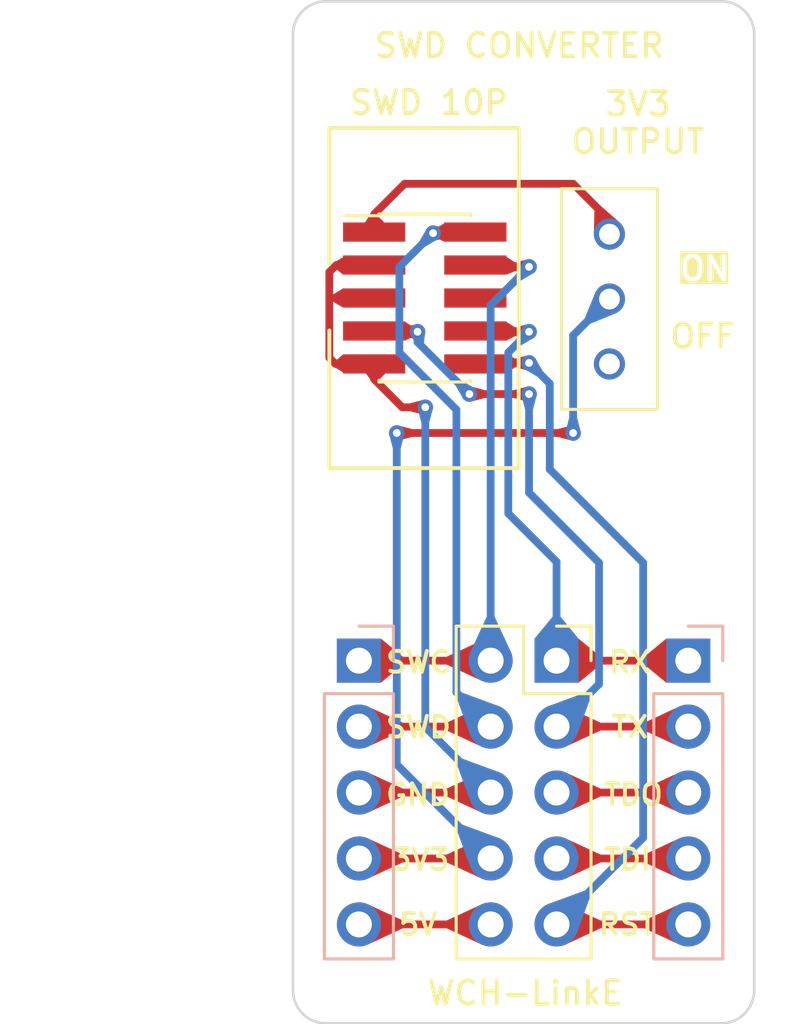
<source format=kicad_pcb>
(kicad_pcb (version 20221018) (generator pcbnew)
  (title_block (title "SWD Converter Board") (date "2024-09-02") (rev "v2.0") (company "@suzan_works"))
  (layers (0 "F.Cu" signal) (31 "B.Cu" signal) (34 "B.Paste" user) (35 "F.Paste" user) (36 "B.SilkS" user "B.Silkscreen") (37 "F.SilkS" user "F.Silkscreen") (38 "B.Mask" user) (39 "F.Mask" user) (44 "Edge.Cuts" user))
  (net 0 "")
  (net 1 "/RX")
  (net 2 "/SWCLK")
  (net 3 "/TX")
  (net 4 "/SWDIO")
  (net 5 "/TDO")
  (net 6 "/GND")
  (net 7 "/TDI")
  (net 8 "/3V3")
  (net 9 "/RST")
  (net 10 "/5V")
  (net 12 "/3V3OUT")
  (footprint "Connector_PinHeader_1.27mm:PinHeader_2x05_P1.27mm_Vertical_SMD" (layer "F.Cu") (at 105.08 74.6)
    (fp_text reference "J2" hide)
    (fp_text value "Conn_02x05_Odd_Even")
    (fp_line (start -3.09 -3.17) (end -1.765 -3.17) (stroke (width 0.12)) (layer "F.SilkS"))
    (fp_line (start -1.765 -3.235) (end -1.765 -3.17) (stroke (width 0.12)) (layer "F.SilkS"))
    (fp_line (start -1.765 -3.235) (end 1.765 -3.235) (stroke (width 0.12)) (layer "F.SilkS"))
    (fp_line (start -1.765 3.17) (end -1.765 3.235) (stroke (width 0.12)) (layer "F.SilkS"))
    (fp_line (start -1.765 3.235) (end 1.765 3.235) (stroke (width 0.12)) (layer "F.SilkS"))
    (fp_line (start 1.765 -3.235) (end 1.765 -3.17) (stroke (width 0.12)) (layer "F.SilkS"))
    (fp_line (start 1.765 3.17) (end 1.765 3.235) (stroke (width 0.12)) (layer "F.SilkS"))
    (pad "1" smd rect (at -1.95 -2.54) (size 2.4 0.74) (layers "F.Cu" "F.Paste" "F.Mask") (net 12 "/3V3OUT"))
    (pad "2" smd rect (at 1.95 -2.54) (size 2.4 0.74) (layers "F.Cu" "F.Paste" "F.Mask") (net 4 "/SWDIO"))
    (pad "3" smd rect (at -1.95 -1.27) (size 2.4 0.74) (layers "F.Cu" "F.Paste" "F.Mask") (net 6 "/GND"))
    (pad "4" smd rect (at 1.95 -1.27) (size 2.4 0.74) (layers "F.Cu" "F.Paste" "F.Mask") (net 2 "/SWCLK"))
    (pad "5" smd rect (at -1.95 0) (size 2.4 0.74) (layers "F.Cu" "F.Paste" "F.Mask") (net 6 "/GND"))
    (pad "6" smd rect (at 1.95 0) (size 2.4 0.74) (layers "F.Cu" "F.Paste" "F.Mask"))
    (pad "7" smd rect (at -1.95 1.27) (size 2.4 0.74) (layers "F.Cu" "F.Paste" "F.Mask") (net 3 "/TX"))
    (pad "8" smd rect (at 1.95 1.27) (size 2.4 0.74) (layers "F.Cu" "F.Paste" "F.Mask") (net 1 "/RX"))
    (pad "9" smd rect (at -1.95 2.54) (size 2.4 0.74) (layers "F.Cu" "F.Paste" "F.Mask") (net 6 "/GND"))
    (pad "10" smd rect (at 1.95 2.54) (size 2.4 0.74) (layers "F.Cu" "F.Paste" "F.Mask") (net 9 "/RST"))
  )
  (footprint "0_My_Library:SS-12D00G3" (layer "F.Cu") (at 112.2 74.64 -90)
    (fp_text reference "SW1" hide)
    (fp_text value "SW_SPDT")
    (fp_line (start -4.25 -1.85) (end 4.25 -1.85) (stroke (width 0.12)) (layer "F.SilkS"))
    (fp_line (start -4.25 1.85) (end -4.25 -1.85) (stroke (width 0.12)) (layer "F.SilkS"))
    (fp_line (start 4.25 -1.85) (end 4.25 1.85) (stroke (width 0.12)) (layer "F.SilkS"))
    (fp_line (start 4.25 1.85) (end -4.25 1.85) (stroke (width 0.12)) (layer "F.SilkS"))
    (pad "1" thru_hole circle (at -2.5 0 270) (size 1.2 1.2) (drill 0.8) (layers "*.Cu" "*.Mask") (net 12 "/3V3OUT"))
    (pad "2" thru_hole circle (at 0 0 270) (size 1.2 1.2) (drill 0.8) (layers "*.Cu" "*.Mask") (net 8 "/3V3"))
    (pad "3" thru_hole circle (at 2.5 0 270) (size 1.2 1.2) (drill 0.8) (layers "*.Cu" "*.Mask"))
  )
  (footprint "Connector_PinSocket_2.54mm:PinSocket_2x05_P2.54mm_Vertical" (layer "F.Cu") (at 110.16 88.57)
    (fp_text reference "J1" hide)
    (fp_text value "Conn_02x05_Odd_Even")
    (fp_line (start -3.87 -1.33) (end -3.87 11.49) (stroke (width 0.12)) (layer "F.SilkS"))
    (fp_line (start -3.87 -1.33) (end -1.27 -1.33) (stroke (width 0.12)) (layer "F.SilkS"))
    (fp_line (start -3.87 11.49) (end 1.33 11.49) (stroke (width 0.12)) (layer "F.SilkS"))
    (fp_line (start -1.27 -1.33) (end -1.27 1.27) (stroke (width 0.12)) (layer "F.SilkS"))
    (fp_line (start -1.27 1.27) (end 1.33 1.27) (stroke (width 0.12)) (layer "F.SilkS"))
    (fp_line (start 0 -1.33) (end 1.33 -1.33) (stroke (width 0.12)) (layer "F.SilkS"))
    (fp_line (start 1.33 -1.33) (end 1.33 0) (stroke (width 0.12)) (layer "F.SilkS"))
    (fp_line (start 1.33 1.27) (end 1.33 11.49) (stroke (width 0.12)) (layer "F.SilkS"))
    (pad "1" thru_hole rect (at 0 0) (size 1.7 1.7) (drill 1) (layers "*.Cu" "*.Mask") (net 1 "/RX"))
    (pad "2" thru_hole oval (at -2.54 0) (size 1.7 1.7) (drill 1) (layers "*.Cu" "*.Mask") (net 2 "/SWCLK"))
    (pad "3" thru_hole oval (at 0 2.54) (size 1.7 1.7) (drill 1) (layers "*.Cu" "*.Mask") (net 3 "/TX"))
    (pad "4" thru_hole oval (at -2.54 2.54) (size 1.7 1.7) (drill 1) (layers "*.Cu" "*.Mask") (net 4 "/SWDIO"))
    (pad "5" thru_hole oval (at 0 5.08) (size 1.7 1.7) (drill 1) (layers "*.Cu" "*.Mask") (net 5 "/TDO"))
    (pad "6" thru_hole oval (at -2.54 5.08) (size 1.7 1.7) (drill 1) (layers "*.Cu" "*.Mask") (net 6 "/GND"))
    (pad "7" thru_hole oval (at 0 7.62) (size 1.7 1.7) (drill 1) (layers "*.Cu" "*.Mask") (net 7 "/TDI"))
    (pad "8" thru_hole oval (at -2.54 7.62) (size 1.7 1.7) (drill 1) (layers "*.Cu" "*.Mask") (net 8 "/3V3"))
    (pad "9" thru_hole oval (at 0 10.16) (size 1.7 1.7) (drill 1) (layers "*.Cu" "*.Mask") (net 9 "/RST"))
    (pad "10" thru_hole oval (at -2.54 10.16) (size 1.7 1.7) (drill 1) (layers "*.Cu" "*.Mask") (net 10 "/5V"))
  )
  (footprint "Connector_PinHeader_2.54mm:PinHeader_1x05_P2.54mm_Vertical" (layer "B.Cu") (at 102.54 88.57 180)
    (fp_text reference "J4" hide)
    (fp_text value "Conn_01x05")
    (fp_line (start -1.33 -11.49) (end 1.33 -11.49) (stroke (width 0.12)) (layer "B.SilkS"))
    (fp_line (start -1.33 -1.27) (end -1.33 -11.49) (stroke (width 0.12)) (layer "B.SilkS"))
    (fp_line (start -1.33 -1.27) (end 1.33 -1.27) (stroke (width 0.12)) (layer "B.SilkS"))
    (fp_line (start -1.33 0) (end -1.33 1.33) (stroke (width 0.12)) (layer "B.SilkS"))
    (fp_line (start -1.33 1.33) (end 0 1.33) (stroke (width 0.12)) (layer "B.SilkS"))
    (fp_line (start 1.33 -1.27) (end 1.33 -11.49) (stroke (width 0.12)) (layer "B.SilkS"))
    (pad "1" thru_hole rect (at 0 0 180) (size 1.7 1.7) (drill 1) (layers "*.Cu" "*.Mask") (net 2 "/SWCLK"))
    (pad "2" thru_hole oval (at 0 -2.54 180) (size 1.7 1.7) (drill 1) (layers "*.Cu" "*.Mask") (net 4 "/SWDIO"))
    (pad "3" thru_hole oval (at 0 -5.08 180) (size 1.7 1.7) (drill 1) (layers "*.Cu" "*.Mask") (net 6 "/GND"))
    (pad "4" thru_hole oval (at 0 -7.62 180) (size 1.7 1.7) (drill 1) (layers "*.Cu" "*.Mask") (net 8 "/3V3"))
    (pad "5" thru_hole oval (at 0 -10.16 180) (size 1.7 1.7) (drill 1) (layers "*.Cu" "*.Mask") (net 10 "/5V"))
  )
  (footprint "Connector_PinHeader_2.54mm:PinHeader_1x05_P2.54mm_Vertical" (layer "B.Cu") (at 115.24 88.57 180)
    (fp_text reference "J3" hide)
    (fp_text value "Conn_01x05")
    (fp_line (start -1.33 -11.49) (end 1.33 -11.49) (stroke (width 0.12)) (layer "B.SilkS"))
    (fp_line (start -1.33 -1.27) (end -1.33 -11.49) (stroke (width 0.12)) (layer "B.SilkS"))
    (fp_line (start -1.33 -1.27) (end 1.33 -1.27) (stroke (width 0.12)) (layer "B.SilkS"))
    (fp_line (start -1.33 0) (end -1.33 1.33) (stroke (width 0.12)) (layer "B.SilkS"))
    (fp_line (start -1.33 1.33) (end 0 1.33) (stroke (width 0.12)) (layer "B.SilkS"))
    (fp_line (start 1.33 -1.27) (end 1.33 -11.49) (stroke (width 0.12)) (layer "B.SilkS"))
    (pad "1" thru_hole rect (at 0 0 180) (size 1.7 1.7) (drill 1) (layers "*.Cu" "*.Mask") (net 1 "/RX"))
    (pad "2" thru_hole oval (at 0 -2.54 180) (size 1.7 1.7) (drill 1) (layers "*.Cu" "*.Mask") (net 3 "/TX"))
    (pad "3" thru_hole oval (at 0 -5.08 180) (size 1.7 1.7) (drill 1) (layers "*.Cu" "*.Mask") (net 5 "/TDO"))
    (pad "4" thru_hole oval (at 0 -7.62 180) (size 1.7 1.7) (drill 1) (layers "*.Cu" "*.Mask") (net 7 "/TDI"))
    (pad "5" thru_hole oval (at 0 -10.16 180) (size 1.7 1.7) (drill 1) (layers "*.Cu" "*.Mask") (net 9 "/RST"))
  )
  (gr_line (start 101.4 81.15) (end 108.7 81.15) (stroke (width 0.15)) (layer "F.SilkS"))
  (gr_line (start 101.4 68.05) (end 108.7 68.05) (stroke (width 0.15)) (layer "F.SilkS"))
  (gr_line (start 101.4 75.85) (end 101.4 81.15) (stroke (width 0.15)) (layer "F.SilkS"))
  (gr_line (start 108.7 81.15) (end 108.7 68.05) (stroke (width 0.15)) (layer "F.SilkS"))
  (gr_line (start 101.4 73.3) (end 101.4 68.1) (stroke (width 0.15)) (layer "F.SilkS"))
  (gr_arc (start 116.51 63.17) (mid 117.408026 63.541974) (end 117.78 64.44) (stroke (width 0.1)) (layer "Edge.Cuts"))
  (gr_line (start 116.51 63.17) (end 101.27 63.17) (stroke (width 0.1)) (layer "Edge.Cuts"))
  (gr_line (start 117.78 101.27) (end 117.78 64.44) (stroke (width 0.1)) (layer "Edge.Cuts"))
  (gr_line (start 101.27 102.54) (end 116.51 102.54) (stroke (width 0.1)) (layer "Edge.Cuts"))
  (gr_arc (start 100 64.44) (mid 100.371974 63.541974) (end 101.27 63.17) (stroke (width 0.1)) (layer "Edge.Cuts"))
  (gr_line (start 100 64.44) (end 100 101.27) (stroke (width 0.1)) (layer "Edge.Cuts"))
  (gr_arc (start 117.78 101.27) (mid 117.408026 102.168026) (end 116.51 102.54) (stroke (width 0.1)) (layer "Edge.Cuts"))
  (gr_arc (start 101.27 102.54) (mid 100.371974 102.168026) (end 100 101.27) (stroke (width 0.1)) (layer "Edge.Cuts"))
  (gr_text "SWD CONVERTER" (at 103.05 65.4) (layer "F.SilkS") (effects (font (size 0.9 0.9)) (justify left bottom)))
  (gr_text "TDO" (at 111.9 94.2) (layer "F.SilkS") (effects (font (size 0.8 0.8)) (justify left bottom)))
  (gr_text "SWD 10P" (at 102.1 67.6) (layer "F.SilkS") (effects (font (size 0.9 0.9)) (justify left bottom)))
  (gr_text "RX" (at 112.1 89.1) (layer "F.SilkS") (effects (font (size 0.8 0.8)) (justify left bottom)))
  (gr_text "SWD" (at 103.5 91.6) (layer "F.SilkS") (effects (font (size 0.8 0.8)) (justify left bottom)))
  (gr_text "ON" (at 115.875 74) (layer "F.SilkS" knockout) (effects (font (size 0.9 0.9)) (justify bottom)))
  (gr_text "3V3\nOUTPUT" (at 113.3 69.1) (layer "F.SilkS") (effects (font (size 0.9 0.9)) (justify bottom)))
  (gr_text "SWC" (at 103.5 89.1) (layer "F.SilkS") (effects (font (size 0.8 0.8)) (justify left bottom)))
  (gr_text "GND" (at 103.5 94.2) (layer "F.SilkS") (effects (font (size 0.8 0.8)) (justify left bottom)))
  (gr_text "5V" (at 104 99.2) (layer "F.SilkS") (effects (font (size 0.8 0.8)) (justify left bottom)))
  (gr_text "WCH-LinkE" (at 105.1 101.9) (layer "F.SilkS") (effects (font (size 0.9 0.9)) (justify left bottom)))
  (gr_text "RST" (at 111.7 99.2) (layer "F.SilkS") (effects (font (size 0.8 0.8)) (justify left bottom)))
  (gr_text "TDI" (at 111.9 96.7) (layer "F.SilkS") (effects (font (size 0.8 0.8)) (justify left bottom)))
  (gr_text "OFF" (at 115.8 76.6) (layer "F.SilkS") (effects (font (size 0.9 0.9)) (justify bottom)))
  (gr_text "3V3" (at 103.7 96.7) (layer "F.SilkS") (effects (font (size 0.8 0.8)) (justify left bottom)))
  (gr_text "TX" (at 112.2 91.6) (layer "F.SilkS") (effects (font (size 0.8 0.8)) (justify left bottom)))
  (segment (start 107.06 75.9) (end 107.03 75.87) (width 0.3) (layer "F.Cu") (net 1))
  (segment (start 109.1 75.9) (end 107.06 75.9) (width 0.3) (layer "F.Cu") (net 1))
  (segment (start 110.16 88.57) (end 115.24 88.57) (width 0.3) (layer "F.Cu") (net 1))
  (via (at 109.1 75.9) (size 0.6) (drill 0.3) (layers "F.Cu" "B.Cu") (net 1))
  (segment (start 110.16 84.76) (end 110.16 88.57) (width 0.3) (layer "B.Cu") (net 1))
  (segment (start 108.3 82.9) (end 108.3 76.7) (width 0.3) (layer "B.Cu") (net 1))
  (segment (start 110.16 84.76) (end 108.3 82.9) (width 0.3) (layer "B.Cu") (net 1))
  (segment (start 108.3 76.7) (end 109.1 75.9) (width 0.3) (layer "B.Cu") (net 1))
  (segment (start 109.1 73.4) (end 107.1 73.4) (width 0.3) (layer "F.Cu") (net 2))
  (segment (start 107.1 73.4) (end 107.03 73.33) (width 0.3) (layer "F.Cu") (net 2))
  (segment (start 102.54 88.57) (end 107.62 88.57) (width 0.3) (layer "F.Cu") (net 2))
  (via (at 109.1 73.4) (size 0.6) (drill 0.3) (layers "F.Cu" "B.Cu") (net 2))
  (segment (start 107.62 74.88) (end 107.62 88.57) (width 0.3) (layer "B.Cu") (net 2))
  (segment (start 109.1 73.4) (end 107.62 74.88) (width 0.3) (layer "B.Cu") (net 2))
  (segment (start 103.16 75.9) (end 103.13 75.87) (width 0.3) (layer "F.Cu") (net 3))
  (segment (start 104.8 75.9) (end 103.16 75.9) (width 0.3) (layer "F.Cu") (net 3))
  (segment (start 110.16 91.11) (end 115.24 91.11) (width 0.3) (layer "F.Cu") (net 3))
  (segment (start 109.1 78.3) (end 106.8 78.3) (width 0.3) (layer "F.Cu") (net 3))
  (via (at 109.1 78.3) (size 0.6) (drill 0.3) (layers "F.Cu" "B.Cu") (net 3))
  (via (at 106.8 78.3) (size 0.6) (drill 0.3) (layers "F.Cu" "B.Cu") (net 3))
  (via (at 104.8 75.9) (size 0.6) (drill 0.3) (layers "F.Cu" "B.Cu") (net 3))
  (segment (start 111.8 84.8) (end 111.8 89.47) (width 0.3) (layer "B.Cu") (net 3))
  (segment (start 106.8 78.3) (end 104.8 76.3) (width 0.3) (layer "B.Cu") (net 3))
  (segment (start 109.1 82.1) (end 111.8 84.8) (width 0.3) (layer "B.Cu") (net 3))
  (segment (start 111.8 89.47) (end 110.16 91.11) (width 0.3) (layer "B.Cu") (net 3))
  (segment (start 104.8 76.3) (end 104.8 75.9) (width 0.3) (layer "B.Cu") (net 3))
  (segment (start 109.1 78.3) (end 109.1 82.1) (width 0.3) (layer "B.Cu") (net 3))
  (segment (start 105.4 72.1) (end 106.99 72.1) (width 0.3) (layer "F.Cu") (net 4))
  (segment (start 102.54 91.11) (end 107.62 91.11) (width 0.3) (layer "F.Cu") (net 4))
  (segment (start 106.99 72.1) (end 107.03 72.06) (width 0.3) (layer "F.Cu") (net 4))
  (via (at 105.4 72.1) (size 0.6) (drill 0.3) (layers "F.Cu" "B.Cu") (net 4))
  (segment (start 106.3 78.9) (end 106.3 89.79) (width 0.3) (layer "B.Cu") (net 4))
  (segment (start 104.1 76.7) (end 106.3 78.9) (width 0.3) (layer "B.Cu") (net 4))
  (segment (start 106.3 89.79) (end 107.62 91.11) (width 0.3) (layer "B.Cu") (net 4))
  (segment (start 104.1 73.4) (end 104.1 76.7) (width 0.3) (layer "B.Cu") (net 4))
  (segment (start 105.4 72.1) (end 104.1 73.4) (width 0.3) (layer "B.Cu") (net 4))
  (segment (start 110.16 93.65) (end 115.24 93.65) (width 0.3) (layer "F.Cu") (net 5))
  (segment (start 103.13 73.33) (end 101.67 73.33) (width 0.3) (layer "F.Cu") (net 6))
  (segment (start 101.4 76.9) (end 101.64 77.14) (width 0.3) (layer "F.Cu") (net 6))
  (segment (start 104.209266 78.809266) (end 103.13 77.73) (width 0.3) (layer "F.Cu") (net 6))
  (segment (start 102.54 93.65) (end 107.62 93.65) (width 0.3) (layer "F.Cu") (net 6))
  (segment (start 103.13 77.73) (end 103.13 77.14) (width 0.3) (layer "F.Cu") (net 6))
  (segment (start 103.13 74.6) (end 101.4 74.6) (width 0.3) (layer "F.Cu") (net 6))
  (segment (start 101.4 74.6) (end 101.4 76.9) (width 0.3) (layer "F.Cu") (net 6))
  (segment (start 101.64 77.14) (end 103.13 77.14) (width 0.3) (layer "F.Cu") (net 6))
  (segment (start 101.4 73.6) (end 101.4 74.6) (width 0.3) (layer "F.Cu") (net 6))
  (segment (start 105.1 78.809266) (end 104.209266 78.809266) (width 0.3) (layer "F.Cu") (net 6))
  (segment (start 101.67 73.33) (end 101.4 73.6) (width 0.3) (layer "F.Cu") (net 6))
  (via (at 105.1 78.809266) (size 0.6) (drill 0.3) (layers "F.Cu" "B.Cu") (net 6))
  (segment (start 105.1 91.13) (end 107.62 93.65) (width 0.3) (layer "B.Cu") (net 6))
  (segment (start 105.1 78.809266) (end 105.1 91.13) (width 0.3) (layer "B.Cu") (net 6))
  (segment (start 110.16 96.19) (end 115.24 96.19) (width 0.3) (layer "F.Cu") (net 7))
  (segment (start 102.54 96.19) (end 107.62 96.19) (width 0.3) (layer "F.Cu") (net 8))
  (segment (start 104 79.8) (end 110.8 79.8) (width 0.3) (layer "F.Cu") (net 8))
  (via (at 110.8 79.8) (size 0.6) (drill 0.3) (layers "F.Cu" "B.Cu") (net 8))
  (via (at 104 79.8) (size 0.6) (drill 0.3) (layers "F.Cu" "B.Cu") (net 8))
  (segment (start 110.8 76.04) (end 112.2 74.64) (width 0.3) (layer "B.Cu") (net 8))
  (segment (start 110.8 79.8) (end 110.8 76.04) (width 0.3) (layer "B.Cu") (net 8))
  (segment (start 104 79.8) (end 104 92.57) (width 0.3) (layer "B.Cu") (net 8))
  (segment (start 104 92.57) (end 107.62 96.19) (width 0.3) (layer "B.Cu") (net 8))
  (segment (start 110.16 98.73) (end 115.24 98.73) (width 0.3) (layer "F.Cu") (net 9))
  (segment (start 107.07 77.1) (end 107.03 77.14) (width 0.3) (layer "F.Cu") (net 9))
  (segment (start 109.1 77.1) (end 107.07 77.1) (width 0.3) (layer "F.Cu") (net 9))
  (via (at 109.1 77.1) (size 0.6) (drill 0.3) (layers "F.Cu" "B.Cu") (net 9))
  (segment (start 109.1 77.1) (end 109.9 77.9) (width 0.3) (layer "B.Cu") (net 9))
  (segment (start 109.9 77.9) (end 109.9 81.2) (width 0.3) (layer "B.Cu") (net 9))
  (segment (start 113.5 84.8) (end 113.5 95.39) (width 0.3) (layer "B.Cu") (net 9))
  (segment (start 109.9 81.2) (end 113.5 84.8) (width 0.3) (layer "B.Cu") (net 9))
  (segment (start 113.5 95.39) (end 110.16 98.73) (width 0.3) (layer "B.Cu") (net 9))
  (segment (start 102.54 98.73) (end 107.62 98.73) (width 0.3) (layer "F.Cu") (net 10))
  (segment (start 104.3 70.2) (end 110.8 70.2) (width 0.3) (layer "F.Cu") (net 12))
  (segment (start 103.13 72.06) (end 103.13 71.37) (width 0.3) (layer "F.Cu") (net 12))
  (segment (start 103.13 71.37) (end 104.3 70.2) (width 0.3) (layer "F.Cu") (net 12))
  (segment (start 110.8 70.2) (end 112.2 71.6) (width 0.3) (layer "F.Cu") (net 12))
  (segment (start 112.2 71.6) (end 112.2 72.14) (width 0.3) (layer "F.Cu") (net 12))
)
</source>
